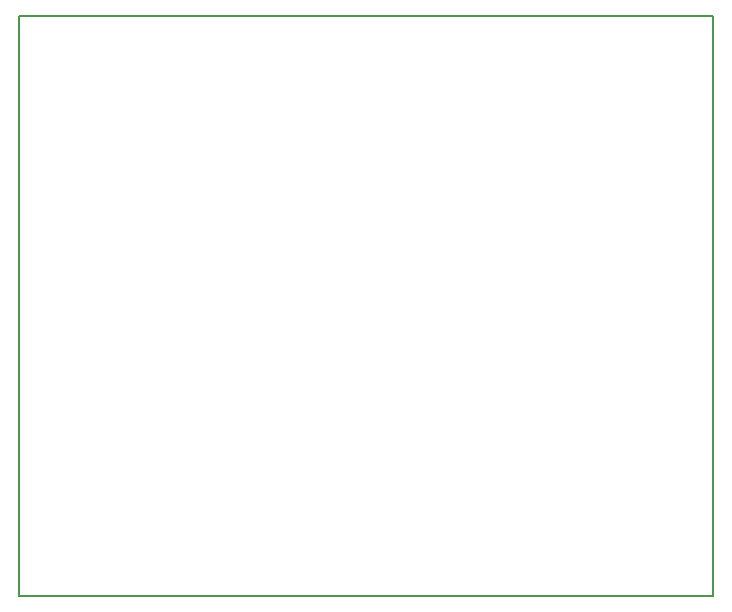
<source format=gm1>
G04 MADE WITH FRITZING*
G04 WWW.FRITZING.ORG*
G04 DOUBLE SIDED*
G04 HOLES PLATED*
G04 CONTOUR ON CENTER OF CONTOUR VECTOR*
%ASAXBY*%
%FSLAX23Y23*%
%MOIN*%
%OFA0B0*%
%SFA1.0B1.0*%
%ADD10R,2.324320X1.941540*%
%ADD11C,0.008000*%
%ADD10C,0.008*%
%LNCONTOUR*%
G90*
G70*
G54D10*
G54D11*
X8Y1934D02*
X2324Y1934D01*
X2324Y0D01*
X8Y0D01*
X8Y1934D01*
D02*
G04 End of contour*
M02*
</source>
